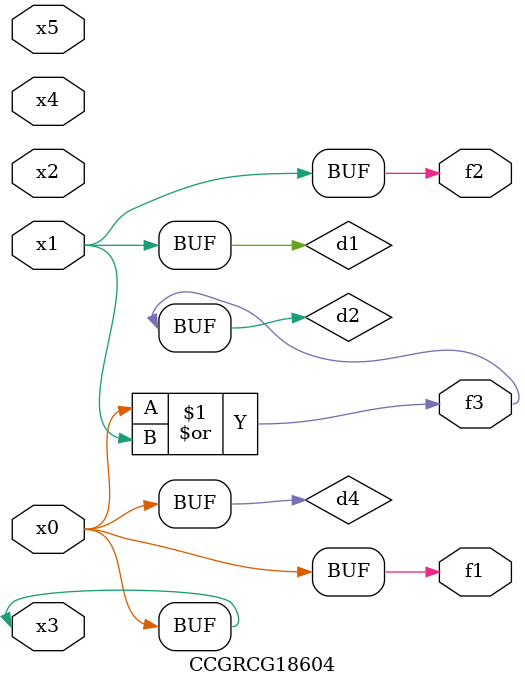
<source format=v>
module CCGRCG18604(
	input x0, x1, x2, x3, x4, x5,
	output f1, f2, f3
);

	wire d1, d2, d3, d4;

	and (d1, x1);
	or (d2, x0, x1);
	nand (d3, x0, x5);
	buf (d4, x0, x3);
	assign f1 = d4;
	assign f2 = d1;
	assign f3 = d2;
endmodule

</source>
